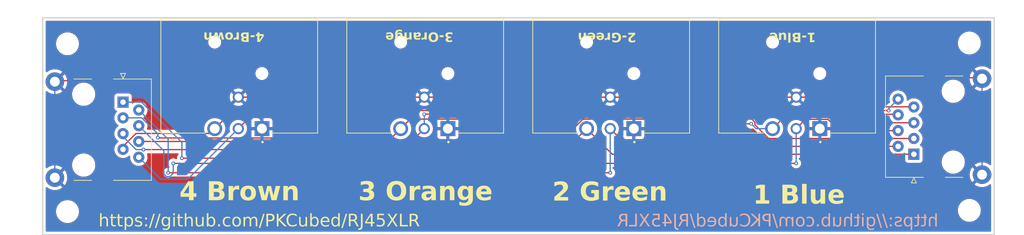
<source format=kicad_pcb>
(kicad_pcb (version 20240108) (generator "pcbnew") (generator_version "8.0")
  (layers (0 "F.Cu" signal) (31 "B.Cu" signal) (34 "B.Paste" user) (35 "F.Paste" user) (36 "B.SilkS" user "B.Silkscreen") (37 "F.SilkS" user "F.Silkscreen") (38 "B.Mask" user) (39 "F.Mask" user) (44 "Edge.Cuts" user))
  (net 0 "")
  (net 1 "O")
  (net 2 "OW")
  (net 3 "SH")
  (net 4 "BrW")
  (net 5 "Br")
  (net 6 "G")
  (net 7 "BW")
  (net 8 "B")
  (net 9 "GW")
  (footprint "MountingHole:MountingHole_3.2mm_M3" (layer "F.Cu") (at 21 91.6986 90)
    (property "Reference" "H1" (hide yes))
    (property "Value" "MountingHole" (hide yes))
    (pad "" np_thru_hole circle (at 0 0 90) (size 3.2 3.2) (drill 3.2) (layers "*.Cu" "*.Mask"))
  )
  (footprint "NC3MAH:NEUTRIK_NC3MAH" (layer "F.Cu") (at 108.56 87.61 180)
    (property "Reference" "J8" (hide yes))
    (property "Value" "NC3MAH")
    (fp_line (start 12.5 -18.5) (end 12.5 0) (stroke (width 0.127)) (layer "F.SilkS"))
    (fp_line (start 5.33 -18.5) (end 12.5 -18.5) (stroke (width 0.127)) (layer "F.SilkS"))
    (fp_line (start -12.8 0) (end 12.5 0) (stroke (width 0.127)) (layer "F.SilkS"))
    (fp_line (start -12.8 -18.5) (end -5.33 -18.5) (stroke (width 0.127)) (layer "F.SilkS"))
    (fp_line (start -12.8 -18.5) (end -12.8 0) (stroke (width 0.127)) (layer "F.SilkS"))
    (fp_circle (center -3.898 -19.939) (end -3.798 -19.939) (stroke (width 0.2)) (fill none) (layer "F.SilkS"))
    (pad "" np_thru_hole circle (at -3.81 -8.89 180) (size 1.6 1.6) (drill 1.6) (layers "*.Cu" "*.Mask"))
    (pad "" np_thru_hole circle (at 3.81 -3.81 180) (size 1.6 1.6) (drill 1.6) (layers "*.Cu" "*.Mask"))
    (pad "1" thru_hole rect (at -3.81 -17.78 180) (size 2.4 2.4) (drill 1.6) (layers "*.Cu" "*.Mask") (net 3 "SH"))
    (pad "2" thru_hole circle (at 3.81 -17.78 180) (size 2.4 2.4) (drill 1.6) (layers "*.Cu" "*.Mask") (net 9 "GW"))
    (pad "3" thru_hole circle (at 0 -17.78 180) (size 1.8 1.8) (drill 1.2) (layers "*.Cu" "*.Mask") (net 6 "G"))
    (pad "G" thru_hole circle (at 0 -12.7 180) (size 1.8 1.8) (drill 1.2) (layers "*.Cu" "*.Mask") (net 3 "SH"))
  )
  (footprint "NC3MAH:NEUTRIK_NC3MAH" (layer "F.Cu") (at 138.56 87.61 180)
    (property "Reference" "J7" (hide yes))
    (property "Value" "NC3MAH")
    (fp_line (start 12.5 -18.5) (end 12.5 0) (stroke (width 0.127)) (layer "F.SilkS"))
    (fp_line (start 5.33 -18.5) (end 12.5 -18.5) (stroke (width 0.127)) (layer "F.SilkS"))
    (fp_line (start -12.8 0) (end 12.5 0) (stroke (width 0.127)) (layer "F.SilkS"))
    (fp_line (start -12.8 -18.5) (end -5.33 -18.5) (stroke (width 0.127)) (layer "F.SilkS"))
    (fp_line (start -12.8 -18.5) (end -12.8 0) (stroke (width 0.127)) (layer "F.SilkS"))
    (fp_circle (center -3.898 -19.939) (end -3.798 -19.939) (stroke (width 0.2)) (fill none) (layer "F.SilkS"))
    (pad "" np_thru_hole circle (at -3.81 -8.89 180) (size 1.6 1.6) (drill 1.6) (layers "*.Cu" "*.Mask"))
    (pad "" np_thru_hole circle (at 3.81 -3.81 180) (size 1.6 1.6) (drill 1.6) (layers "*.Cu" "*.Mask"))
    (pad "1" thru_hole rect (at -3.81 -17.78 180) (size 2.4 2.4) (drill 1.6) (layers "*.Cu" "*.Mask") (net 3 "SH"))
    (pad "2" thru_hole circle (at 3.81 -17.78 180) (size 2.4 2.4) (drill 1.6) (layers "*.Cu" "*.Mask") (net 7 "BW"))
    (pad "3" thru_hole circle (at 0 -17.78 180) (size 1.8 1.8) (drill 1.2) (layers "*.Cu" "*.Mask") (net 8 "B"))
    (pad "G" thru_hole circle (at 0 -12.7 180) (size 1.8 1.8) (drill 1.2) (layers "*.Cu" "*.Mask") (net 3 "SH"))
  )
  (footprint "MountingHole:MountingHole_3.2mm_M3" (layer "F.Cu") (at 166.5 91.5714 90)
    (property "Reference" "H3" (hide yes))
    (property "Value" "MountingHole" (hide yes))
    (pad "" np_thru_hole circle (at 0 0 90) (size 3.2 3.2) (drill 3.2) (layers "*.Cu" "*.Mask"))
  )
  (footprint "Connector_RJ:RJ45_HALO_HFJ11-x2450HRL_Horizontal" (layer "F.Cu") (at 157.545 109.5164 90)
    (property "Reference" "J1" (hide yes))
    (property "Value" "RJ45_Shielded" (hide yes))
    (fp_line (start 12.615 -4.57) (end -3.725 -4.57) (stroke (width 0.12)) (layer "F.SilkS"))
    (fp_line (start 12.615 -4.57) (end 12.615 1.54) (stroke (width 0.12)) (layer "F.SilkS"))
    (fp_line (start -3.725 -4.57) (end -3.725 1.54) (stroke (width 0.12)) (layer "F.SilkS"))
    (fp_line (start -4.625 -0.4) (end -4.625 0.4) (stroke (width 0.12)) (layer "F.SilkS"))
    (fp_line (start -3.825 0) (end -4.625 -0.4) (stroke (width 0.12)) (layer "F.SilkS"))
    (fp_line (start -4.625 0.4) (end -3.825 0) (stroke (width 0.12)) (layer "F.SilkS"))
    (fp_line (start 12.615 7.915) (end 12.615 5.06) (stroke (width 0.12)) (layer "F.SilkS"))
    (fp_line (start -3.725 7.915) (end -3.725 5.06) (stroke (width 0.12)) (layer "F.SilkS"))
    (pad "" np_thru_hole circle (at -1.27 6.35 90) (size 3.25 3.25) (drill 3.25) (layers "*.Cu" "*.Mask"))
    (pad "" np_thru_hole circle (at 10.16 6.35 90) (size 3.25 3.25) (drill 3.25) (layers "*.Cu" "*.Mask"))
    (pad "1" thru_hole rect (at 0 0 90) (size 1.8 1.8) (drill 0.89) (layers "*.Cu" "*.Mask") (net 9 "GW"))
    (pad "2" thru_hole circle (at 1.27 -2.54 90) (size 1.8 1.8) (drill 0.89) (layers "*.Cu" "*.Mask") (net 6 "G"))
    (pad "3" thru_hole circle (at 2.54 0 90) (size 1.8 1.8) (drill 0.89) (layers "*.Cu" "*.Mask") (net 2 "OW"))
    (pad "4" thru_hole circle (at 3.81 -2.54 90) (size 1.8 1.8) (drill 0.89) (layers "*.Cu" "*.Mask") (net 8 "B"))
    (pad "5" thru_hole circle (at 5.08 0 90) (size 1.8 1.8) (drill 0.89) (layers "*.Cu" "*.Mask") (net 7 "BW"))
    (pad "6" thru_hole circle (at 6.35 -2.54 90) (size 1.8 1.8) (drill 0.89) (layers "*.Cu" "*.Mask") (net 1 "O"))
    (pad "7" thru_hole circle (at 7.62 0 90) (size 1.8 1.8) (drill 0.89) (layers "*.Cu" "*.Mask") (net 4 "BrW"))
    (pad "8" thru_hole circle (at 8.89 -2.54 90) (size 1.8 1.8) (drill 0.89) (layers "*.Cu" "*.Mask") (net 5 "Br"))
    (pad "SH" thru_hole circle (at -3.3 11 90) (size 3 3) (drill 1.6) (layers "*.Cu" "*.Mask") (net 3 "SH"))
    (pad "SH" thru_hole circle (at 12.19 11 90) (size 3 3) (drill 1.6) (layers "*.Cu" "*.Mask") (net 3 "SH"))
  )
  (footprint "Connector_RJ:RJ45_HALO_HFJ11-x2450HRL_Horizontal" (layer "F.Cu") (at 29.96 101.11 -90)
    (property "Reference" "J6" (hide yes))
    (property "Value" "RJ45_Shielded")
    (fp_line (start -3.725 7.915) (end -3.725 5.06) (stroke (width 0.12)) (layer "F.SilkS"))
    (fp_line (start 12.615 7.915) (end 12.615 5.06) (stroke (width 0.12)) (layer "F.SilkS"))
    (fp_line (start -4.625 0.4) (end -3.825 0) (stroke (width 0.12)) (layer "F.SilkS"))
    (fp_line (start -3.825 0) (end -4.625 -0.4) (stroke (width 0.12)) (layer "F.SilkS"))
    (fp_line (start -4.625 -0.4) (end -4.625 0.4) (stroke (width 0.12)) (layer "F.SilkS"))
    (fp_line (start -3.725 -4.57) (end -3.725 1.54) (stroke (width 0.12)) (layer "F.SilkS"))
    (fp_line (start 12.615 -4.57) (end 12.615 1.54) (stroke (width 0.12)) (layer "F.SilkS"))
    (fp_line (start 12.615 -4.57) (end -3.725 -4.57) (stroke (width 0.12)) (layer "F.SilkS"))
    (pad "" np_thru_hole circle (at -1.27 6.35 270) (size 3.25 3.25) (drill 3.25) (layers "*.Cu" "*.Mask"))
    (pad "" np_thru_hole circle (at 10.16 6.35 270) (size 3.25 3.25) (drill 3.25) (layers "*.Cu" "*.Mask"))
    (pad "1" thru_hole rect (at 0 0 270) (size 1.8 1.8) (drill 0.89) (layers "*.Cu" "*.Mask") (net 9 "GW"))
    (pad "2" thru_hole circle (at 1.27 -2.54 270) (size 1.8 1.8) (drill 0.89) (layers "*.Cu" "*.Mask") (net 6 "G"))
    (pad "3" thru_hole circle (at 2.54 0 270) (size 1.8 1.8) (drill 0.89) (layers "*.Cu" "*.Mask") (net 2 "OW"))
    (pad "4" thru_hole circle (at 3.81 -2.54 270) (size 1.8 1.8) (drill 0.89) (layers "*.Cu" "*.Mask") (net 8 "B"))
    (pad "5" thru_hole circle (at 5.08 0 270) (size 1.8 1.8) (drill 0.89) (layers "*.Cu" "*.Mask") (net 7 "BW"))
    (pad "6" thru_hole circle (at 6.35 -2.54 270) (size 1.8 1.8) (drill 0.89) (layers "*.Cu" "*.Mask") (net 1 "O"))
    (pad "7" thru_hole circle (at 7.62 0 270) (size 1.8 1.8) (drill 0.89) (layers "*.Cu" "*.Mask") (net 4 "BrW"))
    (pad "8" thru_hole circle (at 8.89 -2.54 270) (size 1.8 1.8) (drill 0.89) (layers "*.Cu" "*.Mask") (net 5 "Br"))
    (pad "SH" thru_hole circle (at -3.3 11 270) (size 3 3) (drill 1.6) (layers "*.Cu" "*.Mask") (net 3 "SH"))
    (pad "SH" thru_hole circle (at 12.19 11 270) (size 3 3) (drill 1.6) (layers "*.Cu" "*.Mask") (net 3 "SH"))
  )
  (footprint "MountingHole:MountingHole_3.2mm_M3" (layer "F.Cu") (at 21 118.77 90)
    (property "Reference" "H2" (hide yes))
    (property "Value" "MountingHole" (hide yes))
    (pad "" np_thru_hole circle (at 0 0 90) (size 3.2 3.2) (drill 3.2) (layers "*.Cu" "*.Mask"))
  )
  (footprint "NC3MAH:NEUTRIK_NC3MAH" (layer "F.Cu") (at 78.56 87.61 180)
    (property "Reference" "J9" (hide yes))
    (property "Value" "NC3MAH")
    (fp_line (start 12.5 -18.5) (end 12.5 0) (stroke (width 0.127)) (layer "F.SilkS"))
    (fp_line (start 5.33 -18.5) (end 12.5 -18.5) (stroke (width 0.127)) (layer "F.SilkS"))
    (fp_line (start -12.8 0) (end 12.5 0) (stroke (width 0.127)) (layer "F.SilkS"))
    (fp_line (start -12.8 -18.5) (end -5.33 -18.5) (stroke (width 0.127)) (layer "F.SilkS"))
    (fp_line (start -12.8 -18.5) (end -12.8 0) (stroke (width 0.127)) (layer "F.SilkS"))
    (fp_circle (center -3.898 -19.939) (end -3.798 -19.939) (stroke (width 0.2)) (fill none) (layer "F.SilkS"))
    (pad "" np_thru_hole circle (at -3.81 -8.89 180) (size 1.6 1.6) (drill 1.6) (layers "*.Cu" "*.Mask"))
    (pad "" np_thru_hole circle (at 3.81 -3.81 180) (size 1.6 1.6) (drill 1.6) (layers "*.Cu" "*.Mask"))
    (pad "1" thru_hole rect (at -3.81 -17.78 180) (size 2.4 2.4) (drill 1.6) (layers "*.Cu" "*.Mask") (net 3 "SH"))
    (pad "2" thru_hole circle (at 3.81 -17.78 180) (size 2.4 2.4) (drill 1.6) (layers "*.Cu" "*.Mask") (net 2 "OW"))
    (pad "3" thru_hole circle (at 0 -17.78 180) (size 1.8 1.8) (drill 1.2) (layers "*.Cu" "*.Mask") (net 1 "O"))
    (pad "G" thru_hole circle (at 0 -12.7 180) (size 1.8 1.8) (drill 1.2) (layers "*.Cu" "*.Mask") (net 3 "SH"))
  )
  (footprint "NC3MAH:NEUTRIK_NC3MAH" (layer "F.Cu") (at 48.56 87.61 180)
    (property "Reference" "J10" (hide yes))
    (property "Value" "NC3MAH")
    (fp_line (start 12.5 -18.5) (end 12.5 0) (stroke (width 0.127)) (layer "F.SilkS"))
    (fp_line (start 5.33 -18.5) (end 12.5 -18.5) (stroke (width 0.127)) (layer "F.SilkS"))
    (fp_line (start -12.8 0) (end 12.5 0) (stroke (width 0.127)) (layer "F.SilkS"))
    (fp_line (start -12.8 -18.5) (end -5.33 -18.5) (stroke (width 0.127)) (layer "F.SilkS"))
    (fp_line (start -12.8 -18.5) (end -12.8 0) (stroke (width 0.127)) (layer "F.SilkS"))
    (fp_circle (center -3.898 -19.939) (end -3.798 -19.939) (stroke (width 0.2)) (fill none) (layer "F.SilkS"))
    (pad "" np_thru_hole circle (at -3.81 -8.89 180) (size 1.6 1.6) (drill 1.6) (layers "*.Cu" "*.Mask"))
    (pad "" np_thru_hole circle (at 3.81 -3.81 180) (size 1.6 1.6) (drill 1.6) (layers "*.Cu" "*.Mask"))
    (pad "1" thru_hole rect (at -3.81 -17.78 180) (size 2.4 2.4) (drill 1.6) (layers "*.Cu" "*.Mask") (net 3 "SH"))
    (pad "2" thru_hole circle (at 3.81 -17.78 180) (size 2.4 2.4) (drill 1.6) (layers "*.Cu" "*.Mask") (net 4 "BrW"))
    (pad "3" thru_hole circle (at 0 -17.78 180) (size 1.8 1.8) (drill 1.2) (layers "*.Cu" "*.Mask") (net 5 "Br"))
    (pad "G" thru_hole circle (at 0 -12.7 180) (size 1.8 1.8) (drill 1.2) (layers "*.Cu" "*.Mask") (net 3 "SH"))
  )
  (footprint "MountingHole:MountingHole_3.2mm_M3" (layer "F.Cu") (at 166.5 118.5714 90)
    (property "Reference" "H4" (hide yes))
    (property "Value" "MountingHole" (hide yes))
    (pad "" np_thru_hole circle (at 0 0 90) (size 3.2 3.2) (drill 3.2) (layers "*.Cu" "*.Mask"))
  )
  (gr_rect (start 17 87.5) (end 170.5 122.5) (stroke (width 0.2)) (fill none) (layer "Edge.Cuts"))
  (gr_text "https://github.com/PKCubed/RJ45XLR" (at 161.5 121.5 -0) (layer "B.SilkS") (effects (font (size 2 2)) (justify left bottom mirror)))
  (gr_text "2-Green" (at 112.75 89.67 180) (layer "F.SilkS") (effects (font (size 1.5 1.5) (thickness 0.3) (bold yes)) (justify left bottom)))
  (gr_text "1-Blue" (at 141.75 89.67 180) (layer "F.SilkS") (effects (font (size 1.5 1.5) (thickness 0.3) (bold yes)) (justify left bottom)))
  (gr_text "4-Brown" (at 52.755 89.6136 180) (layer "F.SilkS") (effects (font (size 1.5 1.5) (thickness 0.3) (bold yes)) (justify left bottom)))
  (gr_text "https://github.com/PKCubed/RJ45XLR" (at 26 121.5 0) (layer "F.SilkS") (effects (font (size 2 2)) (justify left bottom)))
  (gr_text "2 Green" (at 108.5 117.5 0) (layer "F.SilkS") (effects (font (size 3 3) (thickness 0.3) (bold yes)) (justify bottom)))
  (gr_text "1 Blue" (at 139 118 0) (layer "F.SilkS") (effects (font (size 3 3) (thickness 0.3) (bold yes)) (justify bottom)))
  (gr_text "3 Orange" (at 78.755 117.4436 0) (layer "F.SilkS") (effects (font (size 3 3) (thickness 0.3) (bold yes)) (justify bottom)))
  (gr_text "4 Brown" (at 48.755 117.4436 0) (layer "F.SilkS") (effects (font (size 3 3) (thickness 0.3) (bold yes)) (justify bottom)))
  (gr_text "3-Orange" (at 83.255 89.6136 180) (layer "F.SilkS") (effects (font (size 1.5 1.5) (thickness 0.3) (bold yes)) (justify left bottom)))
  (segment (start 115.14 103.0473) (end 78.586 103.0473) (width 0.2) (layer "F.Cu") (net 1))
  (segment (start 76.49 107.46) (end 32.5 107.46) (width 0.2) (layer "F.Cu") (net 1))
  (segment (start 155.005 103.1664) (end 154.9119 103.0733) (width 0.2) (layer "F.Cu") (net 1))
  (segment (start 115.166 103.0733) (end 115.14 103.0473) (width 0.2) (layer "F.Cu") (net 1))
  (segment (start 78.586 103.0473) (end 78.56 103.0733) (width 0.2) (layer "F.Cu") (net 1))
  (segment (start 154.9119 103.0733) (end 115.166 103.0733) (width 0.2) (layer "F.Cu") (net 1))
  (segment (start 78.56 105.39) (end 76.49 107.46) (width 0.2) (layer "F.Cu") (net 1))
  (via (at 78.56 103.0733) (size 0.6) (drill 0.3) (layers "F.Cu" "B.Cu") (net 1))
  (segment (start 78.56 105.39) (end 78.56 103.0733) (width 0.2) (layer "B.Cu") (net 1))
  (segment (start 131.4009 103.8507) (end 115.3754 103.8507) (width 0.2) (layer "F.Cu") (net 2))
  (segment (start 103.8842 103.449) (end 103.4825 103.8507) (width 0.2) (layer "F.Cu") (net 2))
  (segment (start 74.75 105.39) (end 73.2483 106.8917) (width 0.2) (layer "F.Cu") (net 2))
  (segment (start 115.3754 103.8507) (end 114.9737 103.449) (width 0.2) (layer "F.Cu") (net 2))
  (segment (start 114.9737 103.449) (end 103.8842 103.449) (width 0.2) (layer "F.Cu") (net 2))
  (segment (start 134.1087 106.9764) (end 131.9073 104.775) (width 0.2) (layer "F.Cu") (net 2))
  (segment (start 131.9073 104.775) (end 131.9073 104.3571) (width 0.2) (layer "F.Cu") (net 2))
  (segment (start 76.2893 103.8507) (end 74.75 105.39) (width 0.2) (layer "F.Cu") (net 2))
  (segment (start 103.4825 103.8507) (end 76.2893 103.8507) (width 0.2) (layer "F.Cu") (net 2))
  (segment (start 131.9073 104.3571) (end 131.4009 103.8507) (width 0.2) (layer "F.Cu") (net 2))
  (segment (start 73.2483 106.8917) (end 35.63 106.8917) (width 0.2) (layer "F.Cu") (net 2))
  (segment (start 157.545 106.9764) (end 134.1087 106.9764) (width 0.2) (layer "F.Cu") (net 2))
  (segment (start 35.63 106.8917) (end 35.5687 106.8304) (width 0.2) (layer "F.Cu") (net 2))
  (via (at 35.5687 106.8304) (size 0.6) (drill 0.3) (layers "F.Cu" "B.Cu") (net 2))
  (segment (start 35.5687 106.2377) (end 35.5687 106.8304) (width 0.2) (layer "B.Cu") (net 2))
  (segment (start 32.981 103.65) (end 35.5687 106.2377) (width 0.2) (layer "B.Cu") (net 2))
  (segment (start 29.96 103.65) (end 32.981 103.65) (width 0.2) (layer "B.Cu") (net 2))
  (segment (start 18.96 97.81) (end 19.1172 97.6528) (width 0.2) (layer "F.Cu") (net 3))
  (segment (start 168.545 97.3264) (end 168.3899 97.1713) (width 0.2) (layer "F.Cu") (net 3))
  (segment (start 19.1172 97.6528) (end 45.9028 97.6528) (width 0.2) (layer "F.Cu") (net 3))
  (segment (start 168.3899 97.1713) (end 147.581 97.1713) (width 0.2) (layer "F.Cu") (net 3))
  (segment (start 138.56 100.31) (end 108.56 100.31) (width 0.2) (layer "F.Cu") (net 3))
  (segment (start 45.9028 97.6528) (end 48.56 100.31) (width 0.2) (layer "F.Cu") (net 3))
  (segment (start 147.581 97.1713) (end 144.4423 100.31) (width 0.2) (layer "F.Cu") (net 3))
  (segment (start 144.4423 100.31) (end 138.56 100.31) (width 0.2) (layer "F.Cu") (net 3))
  (segment (start 108.56 100.31) (end 78.56 100.31) (width 0.2) (layer "F.Cu") (net 3))
  (segment (start 78.56 100.31) (end 48.56 100.31) (width 0.2) (layer "F.Cu") (net 3))
  (segment (start 112.37 105.39) (end 112.37 103.8883) (width 0.2) (layer "B.Cu") (net 3))
  (segment (start 142.1383 103.8883) (end 142.37 103.8883) (width 0.2) (layer "B.Cu") (net 3))
  (segment (start 52.37 105.39) (end 52.37 103.8883) (width 0.2) (layer "B.Cu") (net 3))
  (segment (start 108.56 100.31) (end 112.1383 103.8883) (width 0.2) (layer "B.Cu") (net 3))
  (segment (start 82.1383 103.8883) (end 82.37 103.8883) (width 0.2) (layer "B.Cu") (net 3))
  (segment (start 138.56 100.31) (end 142.1383 103.8883) (width 0.2) (layer "B.Cu") (net 3))
  (segment (start 52.1383 103.8883) (end 52.37 103.8883) (width 0.2) (layer "B.Cu") (net 3))
  (segment (start 142.37 105.39) (end 142.37 103.8883) (width 0.2) (layer "B.Cu") (net 3))
  (segment (start 78.56 100.31) (end 82.1383 103.8883) (width 0.2) (layer "B.Cu") (net 3))
  (segment (start 168.545 97.3264) (end 168.545 112.8164) (width 0.2) (layer "B.Cu") (net 3))
  (segment (start 18.96 113.3) (end 18.96 97.81) (width 0.2) (layer "B.Cu") (net 3))
  (segment (start 112.1383 103.8883) (end 112.37 103.8883) (width 0.2) (layer "B.Cu") (net 3))
  (segment (start 48.56 100.31) (end 52.1383 103.8883) (width 0.2) (layer "B.Cu") (net 3))
  (segment (start 82.37 105.39) (end 82.37 103.8883) (width 0.2) (layer "B.Cu") (net 3))
  (segment (start 44.75 105.39) (end 43.9725 106.1675) (width 0.2) (layer "F.Cu") (net 4))
  (segment (start 32.0462 106.1675) (end 29.96 108.2537) (width 0.2) (layer "F.Cu") (net 4))
  (segment (start 43.9725 106.1675) (end 32.0462 106.1675) (width 0.2) (layer "F.Cu") (net 4))
  (segment (start 157.5184 101.8698) (end 48.2702 101.8698) (width 0.2) (layer "F.Cu") (net 4))
  (segment (start 48.2702 101.8698) (end 44.75 105.39) (width 0.2) (layer "F.Cu") (net 4))
  (segment (start 29.96 108.2537) (end 29.96 108.73) (width 0.2) (layer "F.Cu") (net 4))
  (segment (start 157.545 101.8964) (end 157.5184 101.8698) (width 0.2) (layer "F.Cu") (net 4))
  (segment (start 153.4859 102.4715) (end 51.4785 102.4715) (width 0.2) (layer "F.Cu") (net 5))
  (segment (start 51.4785 102.4715) (end 48.56 105.39) (width 0.2) (layer "F.Cu") (net 5))
  (via (at 153.4859 102.4715) (size 0.6) (drill 0.3) (layers "F.Cu" "B.Cu") (net 5))
  (segment (start 40.4211 113.5289) (end 48.56 105.39) (width 0.2) (layer "B.Cu") (net 5))
  (segment (start 153.4859 102.1455) (end 153.4859 102.4715) (width 0.2) (layer "B.Cu") (net 5))
  (segment (start 36.0289 113.5289) (end 40.4211 113.5289) (width 0.2) (layer "B.Cu") (net 5))
  (segment (start 32.5 110) (end 36.0289 113.5289) (width 0.2) (layer "B.Cu") (net 5))
  (segment (start 155.005 100.6264) (end 153.4859 102.1455) (width 0.2) (layer "B.Cu") (net 5))
  (segment (start 111.4164 108.2464) (end 108.56 105.39) (width 0.2) (layer "F.Cu") (net 6))
  (segment (start 108.56 112.507) (end 37.2443 112.507) (width 0.2) (layer "F.Cu") (net 6))
  (segment (start 155.005 108.2464) (end 111.4164 108.2464) (width 0.2) (layer "F.Cu") (net 6))
  (via (at 108.56 112.507) (size 0.6) (drill 0.3) (layers "F.Cu" "B.Cu") (net 6))
  (via (at 37.2443 112.507) (size 0.6) (drill 0.3) (layers "F.Cu" "B.Cu") (net 6))
  (segment (start 37.2443 112.507) (end 37.2443 107.1243) (width 0.2) (layer "B.Cu") (net 6))
  (segment (start 37.2443 107.1243) (end 32.5 102.38) (width 0.2) (layer "B.Cu") (net 6))
  (segment (start 108.56 105.39) (end 108.56 112.507) (width 0.2) (layer "B.Cu") (net 6))
  (segment (start 153.978 104.4364) (end 157.545 104.4364) (width 0.2) (layer "F.Cu") (net 7))
  (segment (start 134.75 105.39) (end 136.665 103.475) (width 0.2) (layer "F.Cu") (net 7))
  (segment (start 99.2487 108.7676) (end 33.2503 108.7676) (width 0.2) (layer "F.Cu") (net 7))
  (segment (start 104.1656 103.8507) (end 99.2487 108.7676) (width 0.2) (layer "F.Cu") (net 7))
  (segment (start 115.3238 104.6063) (end 114.5682 103.8507) (width 0.2) (layer "F.Cu") (net 7))
  (segment (start 136.665 103.475) (end 153.0166 103.475) (width 0.2) (layer "F.Cu") (net 7))
  (segment (start 131.3056 104.6063) (end 115.3238 104.6063) (width 0.2) (layer "F.Cu") (net 7))
  (segment (start 153.0166 103.475) (end 153.978 104.4364) (width 0.2) (layer "F.Cu") (net 7))
  (segment (start 114.5682 103.8507) (end 104.1656 103.8507) (width 0.2) (layer "F.Cu") (net 7))
  (via (at 33.2503 108.7676) (size 0.6) (drill 0.3) (layers "F.Cu" "B.Cu") (net 7))
  (via (at 131.3056 104.6063) (size 0.6) (drill 0.3) (layers "F.Cu" "B.Cu") (net 7))
  (segment (start 29.96 106.19) (end 29.96 106.6663) (width 0.2) (layer "B.Cu") (net 7))
  (segment (start 132.0893 105.39) (end 131.3056 104.6063) (width 0.2) (layer "B.Cu") (net 7))
  (segment (start 134.75 105.39) (end 132.0893 105.39) (width 0.2) (layer "B.Cu") (net 7))
  (segment (start 29.96 106.6663) (end 32.0613 108.7676) (width 0.2) (layer "B.Cu") (net 7))
  (segment (start 32.0613 108.7676) (end 33.2503 108.7676) (width 0.2) (layer "B.Cu") (net 7))
  (segment (start 138.56 110.9949) (end 38.0646 110.9949) (width 0.2) (layer "F.Cu") (net 8))
  (segment (start 155.005 105.7064) (end 145.513 105.7064) (width 0.2) (layer "F.Cu") (net 8))
  (segment (start 145.513 105.7064) (end 145.513 105.7063) (width 0.2) (layer "F.Cu") (net 8))
  (segment (start 140.0617 103.8883) (end 138.56 105.39) (width 0.2) (layer "F.Cu") (net 8))
  (segment (start 143.695 103.8883) (end 140.0617 103.8883) (width 0.2) (layer "F.Cu") (net 8))
  (segment (start 145.513 105.7063) (end 143.695 103.8883) (width 0.2) (layer "F.Cu") (net 8))
  (via (at 138.56 110.9949) (size 0.6) (drill 0.3) (layers "F.Cu" "B.Cu") (net 8))
  (via (at 38.0646 110.9949) (size 0.6) (drill 0.3) (layers "F.Cu" "B.Cu") (net 8))
  (segment (start 36.5514 108.9714) (end 36.5514 112.7075) (width 0.2) (layer "B.Cu") (net 8))
  (segment (start 36.971 113.1271) (end 37.5179 113.1271) (width 0.2) (layer "B.Cu") (net 8))
  (segment (start 38.0646 112.5804) (end 38.0646 110.9949) (width 0.2) (layer "B.Cu") (net 8))
  (segment (start 32.5 104.92) (end 36.5514 108.9714) (width 0.2) (layer "B.Cu") (net 8))
  (segment (start 36.5514 112.7075) (end 36.971 113.1271) (width 0.2) (layer "B.Cu") (net 8))
  (segment (start 37.5179 113.1271) (end 38.0646 112.5804) (width 0.2) (layer "B.Cu") (net 8))
  (segment (start 138.56 105.39) (end 138.56 110.9949) (width 0.2) (layer "B.Cu") (net 8))
  (segment (start 157.545 109.5164) (end 108.8764 109.5164) (width 0.2) (layer "F.Cu") (net 9))
  (segment (start 104.75 105.39) (end 99.9862 110.1538) (width 0.2) (layer "F.Cu") (net 9))
  (segment (start 108.8764 109.5164) (end 104.75 105.39) (width 0.2) (layer "F.Cu") (net 9))
  (segment (start 99.9862 110.1538) (end 39.4593 110.1538) (width 0.2) (layer "F.Cu") (net 9))
  (via (at 39.4593 110.1538) (size 0.6) (drill 0.3) (layers "F.Cu" "B.Cu") (net 9))
  (segment (start 32.9448 101.11) (end 39.4593 107.6245) (width 0.2) (layer "B.Cu") (net 9))
  (segment (start 29.96 101.11) (end 32.9448 101.11) (width 0.2) (layer "B.Cu") (net 9))
  (segment (start 39.4593 107.6245) (end 39.4593 110.1538) (width 0.2) (layer "B.Cu") (net 9))
  (zone (net 3) (net_name "SH") (layers "F&B.Cu") (connect_pads (clearance 0.5)) (min_thickness 0.25) (fill yes (thermal_gap 0.5) (thermal_bridge_width 0.5))
    (polygon (pts (xy 17 87.5) (xy 170.5 87.5) (xy 170.5 122.5) (xy 17 122.5)))
  )
)
</source>
